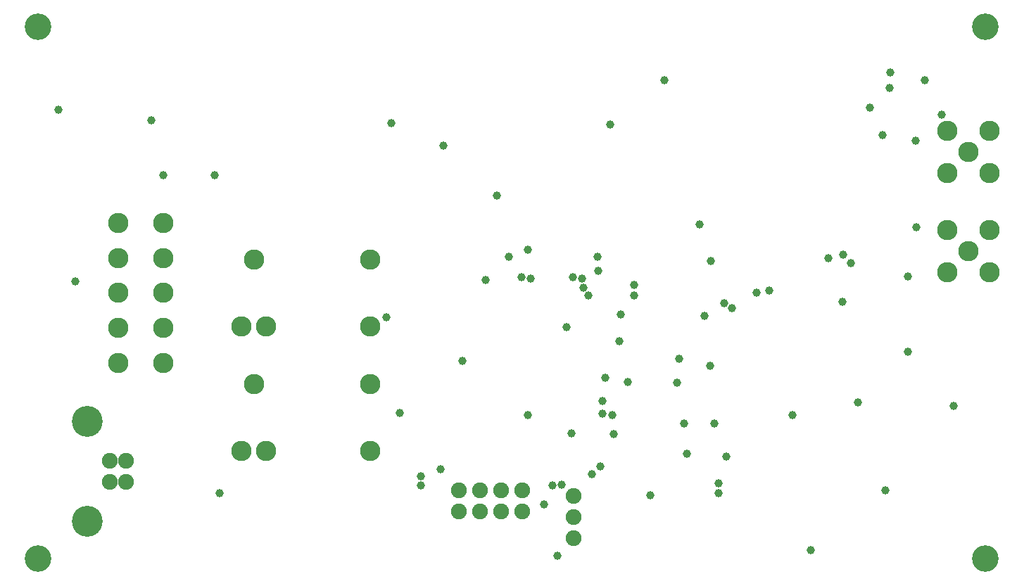
<source format=gbr>
G75*
%MOIN*%
%OFA0B0*%
%FSLAX25Y25*%
%IPPOS*%
%LPD*%
%AMOC8*
5,1,8,0,0,1.08239X$1,22.5*
%
%ADD10C,0.12598*%
%ADD11C,0.07480*%
%ADD12C,0.14630*%
%ADD13C,0.09646*%
%ADD14C,0.03962*%
D10*
X0018717Y0013611D03*
X0467535Y0013611D03*
X0467535Y0265580D03*
X0018717Y0265580D03*
D11*
X0052772Y0059871D03*
X0060572Y0059871D03*
X0060572Y0050028D03*
X0052772Y0050028D03*
X0218283Y0046170D03*
X0228283Y0046170D03*
X0238283Y0046170D03*
X0248283Y0046170D03*
X0248283Y0036170D03*
X0238283Y0036170D03*
X0228283Y0036170D03*
X0218283Y0036170D03*
X0272654Y0033296D03*
X0272654Y0023296D03*
X0272654Y0043296D03*
D12*
X0042072Y0031250D03*
X0042072Y0078650D03*
D13*
X0056709Y0106524D03*
X0078362Y0106524D03*
X0078362Y0123060D03*
X0056709Y0123060D03*
X0056709Y0139595D03*
X0078362Y0139595D03*
X0078362Y0156131D03*
X0056709Y0156131D03*
X0056709Y0172666D03*
X0078362Y0172666D03*
X0121079Y0155343D03*
X0126984Y0123847D03*
X0115173Y0123847D03*
X0121079Y0096288D03*
X0126984Y0064792D03*
X0115173Y0064792D03*
X0176197Y0064792D03*
X0176197Y0096288D03*
X0176197Y0123847D03*
X0176197Y0155343D03*
X0449661Y0149280D03*
X0459661Y0159280D03*
X0449661Y0169280D03*
X0469661Y0169280D03*
X0469661Y0149280D03*
X0469661Y0196524D03*
X0459661Y0206524D03*
X0449661Y0196524D03*
X0449661Y0216524D03*
X0469661Y0216524D03*
D14*
X0446886Y0223926D03*
X0434681Y0211721D03*
X0418717Y0214398D03*
X0412811Y0227391D03*
X0422260Y0236839D03*
X0422476Y0244064D03*
X0438953Y0240402D03*
X0315685Y0240402D03*
X0289976Y0219517D03*
X0236039Y0185658D03*
X0210724Y0209280D03*
X0186039Y0219910D03*
X0102614Y0195245D03*
X0078146Y0195245D03*
X0072654Y0221485D03*
X0028559Y0226209D03*
X0036433Y0145107D03*
X0183874Y0128119D03*
X0219878Y0107371D03*
X0190232Y0082706D03*
X0209583Y0056190D03*
X0200213Y0052587D03*
X0200213Y0048257D03*
X0258480Y0039202D03*
X0262417Y0048257D03*
X0266748Y0048650D03*
X0281315Y0053769D03*
X0285252Y0057312D03*
X0308874Y0043532D03*
X0341157Y0044713D03*
X0341157Y0049438D03*
X0344957Y0062017D03*
X0326197Y0063217D03*
X0325016Y0077784D03*
X0339189Y0077784D03*
X0321472Y0097076D03*
X0337043Y0104930D03*
X0322437Y0108198D03*
X0298244Y0097469D03*
X0287614Y0099438D03*
X0286039Y0088414D03*
X0286039Y0082509D03*
X0290764Y0081721D03*
X0291551Y0072666D03*
X0271571Y0072942D03*
X0251000Y0081741D03*
X0294307Y0116761D03*
X0294937Y0129202D03*
X0301039Y0138493D03*
X0301039Y0143375D03*
X0284189Y0150087D03*
X0276630Y0146426D03*
X0272358Y0147036D03*
X0277240Y0142154D03*
X0279681Y0138493D03*
X0269307Y0123237D03*
X0252220Y0146426D03*
X0247949Y0147036D03*
X0241846Y0156800D03*
X0251000Y0160068D03*
X0230862Y0145816D03*
X0283953Y0156800D03*
X0332102Y0171879D03*
X0337614Y0154556D03*
X0359268Y0139595D03*
X0365173Y0140776D03*
X0347417Y0132391D03*
X0343756Y0134831D03*
X0334386Y0128847D03*
X0393185Y0156190D03*
X0400213Y0157706D03*
X0403736Y0153532D03*
X0430921Y0147469D03*
X0399898Y0135442D03*
X0431020Y0111643D03*
X0407220Y0087843D03*
X0376098Y0081741D03*
X0420291Y0045894D03*
X0384858Y0017548D03*
X0452378Y0086013D03*
X0434701Y0170855D03*
X0264780Y0015186D03*
X0105016Y0044733D03*
M02*

</source>
